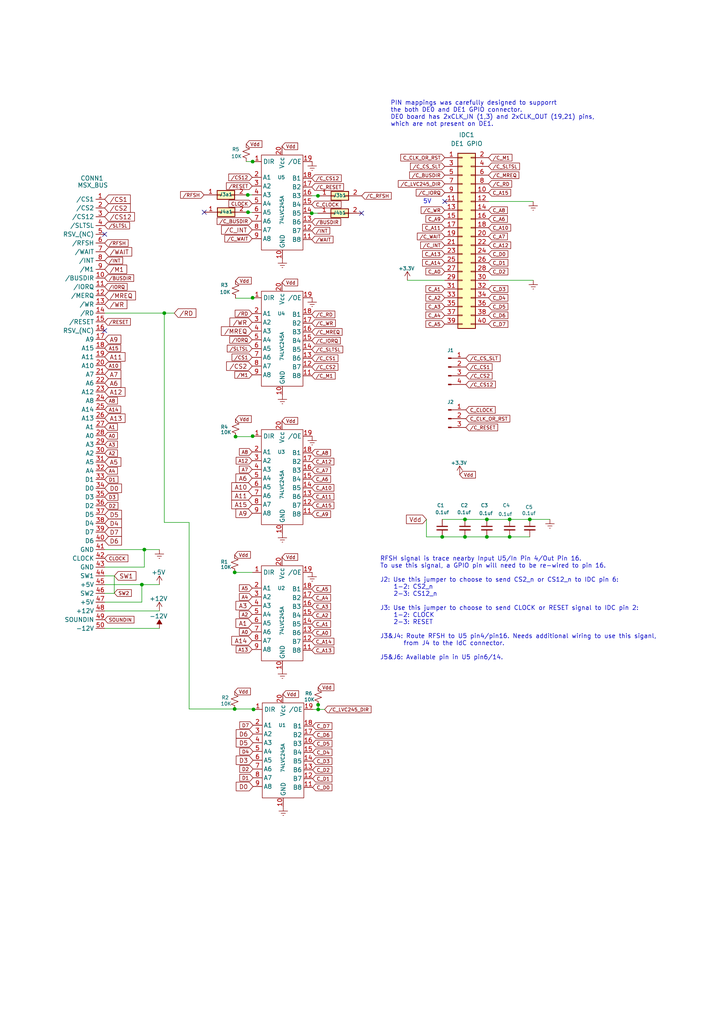
<source format=kicad_sch>
(kicad_sch (version 20211123) (generator eeschema)
  (paper "A4" portrait)
  (title_block (title "MSX FPGA Hat") (date "2023-01-24") (rev "1.2") (company "RCC") (comment 1 "to 3.3v systems with voltage conversion") (comment 2 "Cartridge for MSX Computers that expose the MSX BUS") (comment 3 "IDC connector pinout mapped for Altera DE1 FPGA Development Board") (comment 4 "Designed for Terasic DE0 & DE1"))
  (junction (at 134.874 150.622))
  (junction (at 71.877 56.5317))
  (junction (at 147.828 150.622))
  (junction (at 73.533 205.74))
  (junction (at 71.9466 61.5421))
  (junction (at 47.6509 90.805))
  (junction (at 141.224 150.622))
  (junction (at 41.148 169.545))
  (junction (at 141.224 155.702))
  (junction (at 92.2244 56.7906))
  (junction (at 73.279 46.863))
  (junction (at 90.424 61.849))
  (junction (at 153.67 150.622))
  (junction (at 68.072 205.613))
  (junction (at 73.279 86.36))
  (junction (at 134.874 155.702))
  (junction (at 73.279 126.492))
  (junction (at 128.27 155.702))
  (junction (at 68.072 165.989))
  (junction (at 92.2788 204.4007))
  (junction (at 68.326 126.619))
  (junction (at 92.3027 205.74))
  (junction (at 41.8757 159.385))
  (junction (at 147.828 155.702))
  (no_connect (at 129.0044 58.42))
  (no_connect (at 30.353 67.945))
  (no_connect (at 104.878 61.8336))
  (no_connect (at 30.353 95.885))
  (no_connect (at 59.2466 61.5421))
  (wire (pts (xy 41.148 169.545) (xy 41.148 174.625)))
  (wire (pts (xy 54.864 205.613) (xy 68.072 205.613)))
  (wire (pts (xy 71.877 56.515) (xy 71.877 56.5317)))
  (wire (pts (xy 47.6509 151.511) (xy 54.864 151.511)))
  (wire (pts (xy 147.828 150.622) (xy 153.67 150.622)))
  (wire (pts (xy 73.279 126.619) (xy 73.279 126.492)))
  (wire (pts (xy 41.8757 164.465) (xy 41.8757 159.385)))
  (wire (pts (xy 41.8757 159.385) (xy 46.228 159.385)))
  (wire (pts (xy 73.152 56.515) (xy 71.877 56.515)))
  (wire (pts (xy 92.2244 56.769) (xy 92.2244 56.7906)))
  (wire (pts (xy 73.533 205.613) (xy 73.533 205.74)))
  (wire (pts (xy 141.224 150.622) (xy 147.828 150.622)))
  (wire (pts (xy 90.424 61.8336) (xy 90.424 61.849)))
  (wire (pts (xy 147.828 155.702) (xy 153.67 155.702)))
  (wire (pts (xy 47.6509 90.805) (xy 47.6509 151.511)))
  (wire (pts (xy 128.27 150.622) (xy 134.874 150.622)))
  (wire (pts (xy 30.353 90.805) (xy 47.6509 90.805)))
  (wire (pts (xy 134.874 150.622) (xy 141.224 150.622)))
  (wire (pts (xy 30.353 182.245) (xy 46.228 182.245)))
  (wire (pts (xy 68.326 126.6804) (xy 68.326 126.619)))
  (wire (pts (xy 92.3027 204.4007) (xy 92.2788 204.4007)))
  (wire (pts (xy 118.1661 81.28) (xy 129.0044 81.28)))
  (wire (pts (xy 68.072 205.613) (xy 73.533 205.613)))
  (wire (pts (xy 141.7044 81.28) (xy 154.686 81.28)))
  (wire (pts (xy 30.353 177.165) (xy 46.228 177.165)))
  (wire (pts (xy 33.1542 172.085) (xy 30.353 172.085)))
  (wire (pts (xy 47.6509 90.805) (xy 50.546 90.805)))
  (wire (pts (xy 153.67 150.622) (xy 159.512 150.622)))
  (wire (pts (xy 30.353 167.005) (xy 33.1542 167.005)))
  (wire (pts (xy 90.424 56.769) (xy 92.2244 56.769)))
  (wire (pts (xy 92.3027 205.74) (xy 94.1564 205.74)))
  (wire (pts (xy 92.3027 205.74) (xy 92.3027 204.4007)))
  (wire (pts (xy 41.148 169.545) (xy 46.228 169.545)))
  (wire (pts (xy 71.9466 61.595) (xy 71.9466 61.5421)))
  (wire (pts (xy 134.874 155.702) (xy 141.224 155.702)))
  (wire (pts (xy 30.353 164.465) (xy 41.8757 164.465)))
  (wire (pts (xy 68.072 165.989) (xy 73.279 165.989)))
  (wire (pts (xy 30.353 159.385) (xy 41.8757 159.385)))
  (wire (pts (xy 30.353 174.625) (xy 41.148 174.625)))
  (wire (pts (xy 92.178 61.8336) (xy 90.424 61.8336)))
  (wire (pts (xy 30.353 169.545) (xy 41.148 169.545)))
  (wire (pts (xy 73.279 86.487) (xy 73.279 86.36)))
  (wire (pts (xy 54.864 151.511) (xy 54.864 205.613)))
  (wire (pts (xy 123.698 155.702) (xy 128.27 155.702)))
  (wire (pts (xy 33.1542 167.005) (xy 33.1542 172.085)))
  (wire (pts (xy 73.279 46.8527) (xy 73.279 46.863)))
  (wire (pts (xy 73.152 61.595) (xy 71.9466 61.595)))
  (wire (pts (xy 128.27 155.702) (xy 134.874 155.702)))
  (wire (pts (xy 141.7044 58.42) (xy 154.6584 58.42)))
  (wire (pts (xy 68.326 86.487) (xy 73.279 86.487)))
  (wire (pts (xy 71.4173 46.8527) (xy 73.279 46.8527)))
  (wire (pts (xy 68.326 126.619) (xy 73.279 126.619)))
  (wire (pts (xy 90.805 205.74) (xy 92.3027 205.74)))
  (wire (pts (xy 141.224 155.702) (xy 147.828 155.702)))
  (wire (pts (xy 123.698 150.622) (xy 123.698 155.702)))
  (wire (pts (xy 68.072 166.1076) (xy 68.072 165.989)))
  (text "PIN mappings was carefully designed to supporrt\nthe both DE0 and DE1 GPIO connector. \nDE0 board has 2xCLK_IN (1,3) and 2xCLK_OUT (19,21) pins,\nwhich are not present on DE1." (at 113.2564 36.83 0) (effects (font (size 1.27 1.27)) (justify left bottom)))
  (text "RFSH signal is trace nearby Input U5/In Pin 4/Out Pin 16.\nTo use this signal, a GPIO pin will need to be re-wired to pin 16.\n\nJ2: Use this jumper to choose to send CS2_n or CS12_n to IDC pin 6:\n    1-2: CS2_n\n    2-3: CS12_n\n\nJ3: Use this jumper to choose to send CLOCK or RESET signal to IDC pin 2:\n    1-2: CLOCK\n    2-3: RESET\n\nJ3&J4: Route RFSH to U5 pin4/pin16. Needs additional wiring to use this siganl,\n       from J4 to the IdC connector.\n\nJ5&J6: Available pin in U5 pin6/14." (at 110.236 191.516 0) (effects (font (size 1.27 1.27)) (justify left bottom)))
  (text "5V" (at 122.6854 59.2594 0) (effects (font (size 1.27 1.27)) (justify left bottom)))
  (global_label "Vdd" (shape input) (at 81.788 161.544 0) (effects (font (size 1 1))) (property "Intersheet References" "${INTERSHEET_REFS}" (effects hide)))
  (global_label "C_D5" (shape input) (at 141.7044 88.9 0) (effects (font (size 1 1))) (property "Intersheet References" "${INTERSHEET_REFS}" (effects hide)))
  (global_label "{slash}C_SLTSL" (shape input) (at 141.7044 48.26 0) (effects (font (size 1 1))) (property "Intersheet References" "${INTERSHEET_REFS}" (effects hide)))
  (global_label "{slash}C_RFSH" (shape input) (at 104.9244 56.7906 0) (effects (font (size 1 1))) (property "Intersheet References" "${INTERSHEET_REFS}" (effects hide)))
  (global_label "D4" (shape input) (at 30.353 151.765 0) (property "Intersheet References" "${INTERSHEET_REFS}" (effects hide)))
  (global_label "{slash}C_CS_SLT" (shape input) (at 129.0044 48.26 180) (effects (font (size 1 1))) (property "Intersheet References" "${INTERSHEET_REFS}" (effects hide)))
  (global_label "A9" (shape input) (at 73.152 148.844 180) (property "Intersheet References" "${INTERSHEET_REFS}" (effects hide)))
  (global_label "{slash}MREQ" (shape input) (at 73.152 96.012 180) (property "Intersheet References" "${INTERSHEET_REFS}" (effects hide)))
  (global_label "{slash}C_WAIT" (shape input) (at 73.152 69.215 180) (effects (font (size 1 1))) (property "Intersheet References" "${INTERSHEET_REFS}" (effects hide)))
  (global_label "{slash}C_RD" (shape input) (at 90.424 91.186 0) (effects (font (size 1 1))) (property "Intersheet References" "${INTERSHEET_REFS}" (effects hide)))
  (global_label "Vdd" (shape input) (at 82.042 201.295 0) (effects (font (size 1 1))) (property "Intersheet References" "${INTERSHEET_REFS}" (effects hide)))
  (global_label "Vdd" (shape input) (at 81.788 42.418 0) (effects (font (size 1 1))) (property "Intersheet References" "${INTERSHEET_REFS}" (effects hide)))
  (global_label "C_A13" (shape input) (at 90.424 188.595 0) (effects (font (size 1 1))) (property "Intersheet References" "${INTERSHEET_REFS}" (effects hide)))
  (global_label "{slash}C_CS1" (shape input) (at 90.424 103.886 0) (effects (font (size 1 1))) (property "Intersheet References" "${INTERSHEET_REFS}" (effects hide)))
  (global_label "{slash}C_M1" (shape input) (at 141.7044 45.72 0) (effects (font (size 1 1))) (property "Intersheet References" "${INTERSHEET_REFS}" (effects hide)))
  (global_label "A11" (shape input) (at 30.353 103.505 0) (property "Intersheet References" "${INTERSHEET_REFS}" (effects hide)))
  (global_label "C_A6" (shape input) (at 90.424 138.938 0) (effects (font (size 1 1))) (property "Intersheet References" "${INTERSHEET_REFS}" (effects hide)))
  (global_label "C_A7" (shape input) (at 141.7044 68.58 0) (effects (font (size 1 1))) (property "Intersheet References" "${INTERSHEET_REFS}" (effects hide)))
  (global_label "C_A4" (shape input) (at 129.0044 91.44 180) (effects (font (size 1 1))) (property "Intersheet References" "${INTERSHEET_REFS}" (effects hide)))
  (global_label "{slash}WAIT" (shape input) (at 30.353 73.025 0) (property "Intersheet References" "${INTERSHEET_REFS}" (effects hide)))
  (global_label "{slash}C_LVC245_DIR" (shape input) (at 94.1564 205.74 0) (effects (font (size 1 1))) (property "Intersheet References" "${INTERSHEET_REFS}" (effects hide)))
  (global_label "D5" (shape input) (at 30.353 149.225 0) (property "Intersheet References" "${INTERSHEET_REFS}" (effects hide)))
  (global_label "D5" (shape input) (at 73.406 215.392 180) (property "Intersheet References" "${INTERSHEET_REFS}" (effects hide)))
  (global_label "C_A0" (shape input) (at 129.0044 78.74 180) (effects (font (size 1 1))) (property "Intersheet References" "${INTERSHEET_REFS}" (effects hide)))
  (global_label "C_A2" (shape input) (at 129.0044 86.36 180) (effects (font (size 1 1))) (property "Intersheet References" "${INTERSHEET_REFS}" (effects hide)))
  (global_label "A13" (shape input) (at 30.353 121.285 0) (property "Intersheet References" "${INTERSHEET_REFS}" (effects hide)))
  (global_label "C_D0" (shape input) (at 90.678 228.346 0) (effects (font (size 1 1))) (property "Intersheet References" "${INTERSHEET_REFS}" (effects hide)))
  (global_label "C_D0" (shape input) (at 141.7044 73.66 0) (effects (font (size 1 1))) (property "Intersheet References" "${INTERSHEET_REFS}" (effects hide)))
  (global_label "{slash}C_SLTSL" (shape input) (at 90.424 101.346 0) (effects (font (size 1 1))) (property "Intersheet References" "${INTERSHEET_REFS}" (effects hide)))
  (global_label "{slash}MREQ" (shape input) (at 30.353 85.725 0) (property "Intersheet References" "${INTERSHEET_REFS}" (effects hide)))
  (global_label "Vdd" (shape input) (at 68.326 121.539 0) (effects (font (size 1 1))) (property "Intersheet References" "${INTERSHEET_REFS}" (effects hide)))
  (global_label "{slash}RFSH" (shape input) (at 59.177 56.5317 180) (effects (font (size 1 1))) (property "Intersheet References" "${INTERSHEET_REFS}" (effects hide)))
  (global_label "{slash}C_LVC245_DIR" (shape input) (at 129.0044 53.34 180) (effects (font (size 1 1))) (property "Intersheet References" "${INTERSHEET_REFS}" (effects hide)))
  (global_label "C_D7" (shape input) (at 90.678 210.566 0) (effects (font (size 1 1))) (property "Intersheet References" "${INTERSHEET_REFS}" (effects hide)))
  (global_label "{slash}CS2" (shape input) (at 30.353 60.325 0) (property "Intersheet References" "${INTERSHEET_REFS}" (effects hide)))
  (global_label "D7" (shape input) (at 30.353 154.305 0) (property "Intersheet References" "${INTERSHEET_REFS}" (effects hide)))
  (global_label "A5" (shape input) (at 30.353 133.985 0) (property "Intersheet References" "${INTERSHEET_REFS}" (effects hide)))
  (global_label "{slash}C_WR" (shape input) (at 90.424 93.726 0) (effects (font (size 1 1))) (property "Intersheet References" "${INTERSHEET_REFS}" (effects hide)))
  (global_label "{slash}C_IORQ" (shape input) (at 129.0044 55.88 180) (effects (font (size 1 1))) (property "Intersheet References" "${INTERSHEET_REFS}" (effects hide)))
  (global_label "{slash}C_CS2" (shape input) (at 135.128 108.966 0) (effects (font (size 1 1))) (property "Intersheet References" "${INTERSHEET_REFS}" (effects hide)))
  (global_label "C_A12" (shape input) (at 90.424 133.858 0) (effects (font (size 1 1))) (property "Intersheet References" "${INTERSHEET_REFS}" (effects hide)))
  (global_label "C_CLK_OR_RST" (shape input) (at 135.128 121.412 0) (effects (font (size 1 1))) (property "Intersheet References" "${INTERSHEET_REFS}" (effects hide)))
  (global_label "A1" (shape input) (at 73.152 180.721 180) (property "Intersheet References" "${INTERSHEET_REFS}" (effects hide)))
  (global_label "C_A10" (shape input) (at 141.7044 66.04 0) (effects (font (size 1 1))) (property "Intersheet References" "${INTERSHEET_REFS}" (effects hide)))
  (global_label "C_A9" (shape input) (at 129.0044 63.5 180) (effects (font (size 1 1))) (property "Intersheet References" "${INTERSHEET_REFS}" (effects hide)))
  (global_label "{slash}RD" (shape input) (at 50.546 90.805 0) (property "Intersheet References" "${INTERSHEET_REFS}" (effects hide)))
  (global_label "A7" (shape input) (at 30.353 108.585 0) (property "Intersheet References" "${INTERSHEET_REFS}" (effects hide)))
  (global_label "{slash}C_WR" (shape input) (at 129.0044 60.96 180) (effects (font (size 1 1))) (property "Intersheet References" "${INTERSHEET_REFS}" (effects hide)))
  (global_label "A10" (shape input) (at 73.152 141.224 180) (property "Intersheet References" "${INTERSHEET_REFS}" (effects hide)))
  (global_label "{slash}CS2" (shape input) (at 73.152 106.172 180) (property "Intersheet References" "${INTERSHEET_REFS}" (effects hide)))
  (global_label "C_D5" (shape input) (at 90.678 215.646 0) (effects (font (size 1 1))) (property "Intersheet References" "${INTERSHEET_REFS}" (effects hide)))
  (global_label "C_A8" (shape input) (at 90.424 131.318 0) (effects (font (size 1 1))) (property "Intersheet References" "${INTERSHEET_REFS}" (effects hide)))
  (global_label "C_A8" (shape input) (at 141.7044 60.96 0) (effects (font (size 1 1))) (property "Intersheet References" "${INTERSHEET_REFS}" (effects hide)))
  (global_label "D6" (shape input) (at 73.406 212.852 180) (property "Intersheet References" "${INTERSHEET_REFS}" (effects hide)))
  (global_label "D3" (shape input) (at 73.406 220.472 180) (property "Intersheet References" "${INTERSHEET_REFS}" (effects hide)))
  (global_label "D0" (shape input) (at 73.406 228.092 180) (property "Intersheet References" "${INTERSHEET_REFS}" (effects hide)))
  (global_label "C_A15" (shape input) (at 141.7044 55.88 0) (effects (font (size 1 1))) (property "Intersheet References" "${INTERSHEET_REFS}" (effects hide)))
  (global_label "SW1" (shape input) (at 33.1542 167.005 0) (property "Intersheet References" "${INTERSHEET_REFS}" (effects hide)))
  (global_label "C_D2" (shape input) (at 90.678 223.266 0) (effects (font (size 1 1))) (property "Intersheet References" "${INTERSHEET_REFS}" (effects hide)))
  (global_label "C_CLOCK" (shape input) (at 90.424 59.309 0) (effects (font (size 1 1))) (property "Intersheet References" "${INTERSHEET_REFS}" (effects hide)))
  (global_label "A9" (shape input) (at 30.353 98.425 0) (property "Intersheet References" "${INTERSHEET_REFS}" (effects hide)))
  (global_label "C_A3" (shape input) (at 129.0044 88.9 180) (effects (font (size 1 1))) (property "Intersheet References" "${INTERSHEET_REFS}" (effects hide)))
  (global_label "A15" (shape input) (at 73.152 146.304 180) (property "Intersheet References" "${INTERSHEET_REFS}" (effects hide)))
  (global_label "C_D3" (shape input) (at 141.7044 83.82 0) (effects (font (size 1 1))) (property "Intersheet References" "${INTERSHEET_REFS}" (effects hide)))
  (global_label "A12" (shape input) (at 30.353 113.665 0) (property "Intersheet References" "${INTERSHEET_REFS}" (effects hide)))
  (global_label "C_A6" (shape input) (at 141.7044 63.5 0) (effects (font (size 1 1))) (property "Intersheet References" "${INTERSHEET_REFS}" (effects hide)))
  (global_label "C_A12" (shape input) (at 141.7044 71.12 0) (effects (font (size 1 1))) (property "Intersheet References" "${INTERSHEET_REFS}" (effects hide)))
  (global_label "CLOCK" (shape input) (at 73.152 59.055 180) (effects (font (size 1 1))) (property "Intersheet References" "${INTERSHEET_REFS}" (effects hide)))
  (global_label "C_A4" (shape input) (at 90.424 173.355 0) (effects (font (size 1 1))) (property "Intersheet References" "${INTERSHEET_REFS}" (effects hide)))
  (global_label "C_A2" (shape input) (at 90.424 178.435 0) (effects (font (size 1 1))) (property "Intersheet References" "${INTERSHEET_REFS}" (effects hide)))
  (global_label "{slash}C_INT" (shape input) (at 129.0044 71.12 180) (effects (font (size 1 1))) (property "Intersheet References" "${INTERSHEET_REFS}" (effects hide)))
  (global_label "{slash}CS12" (shape input) (at 73.152 51.435 180) (effects (font (size 1 1))) (property "Intersheet References" "${INTERSHEET_REFS}" (effects hide)))
  (global_label "{slash}WR" (shape input) (at 73.152 93.472 180) (property "Intersheet References" "${INTERSHEET_REFS}" (effects hide)))
  (global_label "A6" (shape input) (at 73.152 138.684 180) (property "Intersheet References" "${INTERSHEET_REFS}" (effects hide)))
  (global_label "{slash}M1" (shape input) (at 30.353 78.105 0) (property "Intersheet References" "${INTERSHEET_REFS}" (effects hide)))
  (global_label "{slash}C_RESET" (shape input) (at 135.128 123.952 0) (effects (font (size 1 1))) (property "Intersheet References" "${INTERSHEET_REFS}" (effects hide)))
  (global_label "{slash}CS1" (shape input) (at 30.353 57.785 0) (property "Intersheet References" "${INTERSHEET_REFS}" (effects hide)))
  (global_label "C_D2" (shape input) (at 141.7044 78.74 0) (effects (font (size 1 1))) (property "Intersheet References" "${INTERSHEET_REFS}" (effects hide)))
  (global_label "Vdd" (shape input) (at 68.072 160.909 0) (effects (font (size 1 1))) (property "Intersheet References" "${INTERSHEET_REFS}" (effects hide)))
  (global_label "A6" (shape input) (at 30.353 111.125 0) (property "Intersheet References" "${INTERSHEET_REFS}" (effects hide)))
  (global_label "{slash}C_MREQ" (shape input) (at 141.7044 50.8 0) (effects (font (size 1 1))) (property "Intersheet References" "${INTERSHEET_REFS}" (effects hide)))
  (global_label "A3" (shape input) (at 73.152 175.641 180) (property "Intersheet References" "${INTERSHEET_REFS}" (effects hide)))
  (global_label "D6" (shape input) (at 30.353 156.845 0) (property "Intersheet References" "${INTERSHEET_REFS}" (effects hide)))
  (global_label "A11" (shape input) (at 73.152 143.764 180) (property "Intersheet References" "${INTERSHEET_REFS}" (effects hide)))
  (global_label "{slash}CS12" (shape input) (at 30.353 62.865 0) (property "Intersheet References" "${INTERSHEET_REFS}" (effects hide)))
  (global_label "D0" (shape input) (at 30.353 141.605 0) (property "Intersheet References" "${INTERSHEET_REFS}" (effects hide)))
  (global_label "{slash}C_INT" (shape input) (at 73.152 66.675 180) (property "Intersheet References" "${INTERSHEET_REFS}" (effects hide)))
  (global_label "Vdd" (shape input) (at 123.698 150.622 180) (property "Intersheet References" "${INTERSHEET_REFS}" (effects hide)))
  (global_label "C_A11" (shape input) (at 90.424 144.018 0) (effects (font (size 1 1))) (property "Intersheet References" "${INTERSHEET_REFS}" (effects hide)))
  (global_label "A14" (shape input) (at 73.152 185.801 180) (property "Intersheet References" "${INTERSHEET_REFS}" (effects hide)))
  (global_label "{slash}WR" (shape input) (at 30.353 88.265 0) (property "Intersheet References" "${INTERSHEET_REFS}" (effects hide)))
  (global_label "{slash}C_CS1" (shape input) (at 135.128 106.426 0) (effects (font (size 1 1))) (property "Intersheet References" "${INTERSHEET_REFS}" (effects hide)))
  (global_label "{slash}C_BUSDIR" (shape input) (at 73.152 64.135 180) (effects (font (size 1 1))) (property "Intersheet References" "${INTERSHEET_REFS}" (effects hide)))
  (global_label "{slash}C_MREQ" (shape input) (at 90.424 96.266 0) (effects (font (size 1 1))) (property "Intersheet References" "${INTERSHEET_REFS}" (effects hide)))
  (global_label "C_D3" (shape input) (at 90.678 220.726 0) (effects (font (size 1 1))) (property "Intersheet References" "${INTERSHEET_REFS}" (effects hide)))
  (global_label "{slash}C_CS12" (shape input) (at 135.128 111.506 0) (effects (font (size 1 1))) (property "Intersheet References" "${INTERSHEET_REFS}" (effects hide)))
  (global_label "A3" (shape input) (at 30.353 128.905 0) (effects (font (size 1 1))) (property "Intersheet References" "${INTERSHEET_REFS}" (effects hide)))
  (global_label "CLOCK" (shape input) (at 30.353 161.925 0) (effects (font (size 1 1))) (property "Intersheet References" "${INTERSHEET_REFS}" (effects hide)))
  (global_label "A2" (shape input) (at 30.353 131.445 0) (effects (font (size 1 1))) (property "Intersheet References" "${INTERSHEET_REFS}" (effects hide)))
  (global_label "A15" (shape input) (at 30.353 100.965 0) (effects (font (size 1 1))) (property "Intersheet References" "${INTERSHEET_REFS}" (effects hide)))
  (global_label "A0" (shape input) (at 73.152 183.261 180) (effects (font (size 1 1))) (property "Intersheet References" "${INTERSHEET_REFS}" (effects hide)))
  (global_label "A8" (shape input) (at 73.152 131.064 180) (effects (font (size 1 1))) (property "Intersheet References" "${INTERSHEET_REFS}" (effects hide)))
  (global_label "C_A0" (shape input) (at 90.424 183.515 0) (effects (font (size 1 1))) (property "Intersheet References" "${INTERSHEET_REFS}" (effects hide)))
  (global_label "D2" (shape input) (at 73.406 223.012 180) (effects (font (size 1 1))) (property "Intersheet References" "${INTERSHEET_REFS}" (effects hide)))
  (global_label "Vdd" (shape input) (at 71.4173 41.7727 0) (effects (font (size 1 1))) (property "Intersheet References" "${INTERSHEET_REFS}" (effects hide)))
  (global_label "A10" (shape input) (at 30.353 106.045 0) (effects (font (size 1 1))) (property "Intersheet References" "${INTERSHEET_REFS}" (effects hide)))
  (global_label "A14" (shape input) (at 30.353 118.745 0) (effects (font (size 1 1))) (property "Intersheet References" "${INTERSHEET_REFS}" (effects hide)))
  (global_label "{slash}C_RESET" (shape input) (at 90.424 54.229 0) (effects (font (size 1 1))) (property "Intersheet References" "${INTERSHEET_REFS}" (effects hide)))
  (global_label "A5" (shape input) (at 73.152 170.561 180) (effects (font (size 1 1))) (property "Intersheet References" "${INTERSHEET_REFS}" (effects hide)))
  (global_label "{slash}BUSDIR" (shape input) (at 30.353 80.645 0) (effects (font (size 1 1))) (property "Intersheet References" "${INTERSHEET_REFS}" (effects hide)))
  (global_label "{slash}C_M1" (shape input) (at 90.424 108.966 0) (effects (font (size 1 1))) (property "Intersheet References" "${INTERSHEET_REFS}" (effects hide)))
  (global_label "{slash}IORQ" (shape input) (at 73.152 98.552 180) (effects (font (size 1 1))) (property "Intersheet References" "${INTERSHEET_REFS}" (effects hide)))
  (global_label "{slash}C_RD" (shape input) (at 141.7044 53.34 0) (effects (font (size 1 1))) (property "Intersheet References" "${INTERSHEET_REFS}" (effects hide)))
  (global_label "Vdd" (shape input) (at 92.2788 199.3207 0) (effects (font (size 1 1))) (property "Intersheet References" "${INTERSHEET_REFS}" (effects hide)))
  (global_label "C_D1" (shape input) (at 141.7044 76.2 0) (effects (font (size 1 1))) (property "Intersheet References" "${INTERSHEET_REFS}" (effects hide)))
  (global_label "{slash}C_CS_SLT" (shape input) (at 135.128 103.886 0) (effects (font (size 1 1))) (property "Intersheet References" "${INTERSHEET_REFS}" (effects hide)))
  (global_label "C_A1" (shape input) (at 129.0044 83.82 180) (effects (font (size 1 1))) (property "Intersheet References" "${INTERSHEET_REFS}" (effects hide)))
  (global_label "{slash}WAIT" (shape input) (at 90.424 69.469 0) (effects (font (size 1 1))) (property "Intersheet References" "${INTERSHEET_REFS}" (effects hide)))
  (global_label "C_D4" (shape input) (at 90.678 218.186 0) (effects (font (size 1 1))) (property "Intersheet References" "${INTERSHEET_REFS}" (effects hide)))
  (global_label "A12" (shape input) (at 73.152 133.604 180) (effects (font (size 1 1))) (property "Intersheet References" "${INTERSHEET_REFS}" (effects hide)))
  (global_label "C_D7" (shape input) (at 141.7044 93.98 0) (effects (font (size 1 1))) (property "Intersheet References" "${INTERSHEET_REFS}" (effects hide)))
  (global_label "{slash}C_CS12" (shape input) (at 90.424 51.689 0) (effects (font (size 1 1))) (property "Intersheet References" "${INTERSHEET_REFS}" (effects hide)))
  (global_label "{slash}RFSH" (shape input) (at 30.353 70.485 0) (effects (font (size 1 1))) (property "Intersheet References" "${INTERSHEET_REFS}" (effects hide)))
  (global_label "C_A1" (shape input) (at 90.424 180.975 0) (effects (font (size 1 1))) (property "Intersheet References" "${INTERSHEET_REFS}" (effects hide)))
  (global_label "A0" (shape input) (at 30.353 126.365 0) (effects (font (size 1 1))) (property "Intersheet References" "${INTERSHEET_REFS}" (effects hide)))
  (global_label "Vdd" (shape input) (at 133.35 137.668 0) (effects (font (size 1 1))) (property "Intersheet References" "${INTERSHEET_REFS}" (effects hide)))
  (global_label "D7" (shape input) (at 73.406 210.312 180) (effects (font (size 1 1))) (property "Intersheet References" "${INTERSHEET_REFS}" (effects hide)))
  (global_label "C_A7" (shape input) (at 90.424 136.398 0) (effects (font (size 1 1))) (property "Intersheet References" "${INTERSHEET_REFS}" (effects hide)))
  (global_label "{slash}RESET" (shape input) (at 30.353 93.345 0) (effects (font (size 1 1))) (property "Intersheet References" "${INTERSHEET_REFS}" (effects hide)))
  (global_label "A2" (shape input) (at 73.152 178.181 180) (effects (font (size 1 1))) (property "Intersheet References" "${INTERSHEET_REFS}" (effects hide)))
  (global_label "C_D1" (shape input) (at 90.678 225.806 0) (effects (font (size 1 1))) (property "Intersheet References" "${INTERSHEET_REFS}" (effects hide)))
  (global_label "C_A10" (shape input) (at 90.424 141.478 0) (effects (font (size 1 1))) (property "Intersheet References" "${INTERSHEET_REFS}" (effects hide)))
  (global_label "A13" (shape input) (at 73.152 188.341 180) (effects (font (size 1 1))) (property "Intersheet References" "${INTERSHEET_REFS}" (effects hide)))
  (global_label "{slash}M1" (shape input) (at 73.152 108.712 180) (effects (font (size 1 1))) (property "Intersheet References" "${INTERSHEET_REFS}" (effects hide)))
  (global_label "D3" (shape input) (at 30.353 144.145 0) (effects (font (size 1 1))) (property "Intersheet References" "${INTERSHEET_REFS}" (effects hide)))
  (global_label "{slash}SLTSL" (shape input) (at 73.152 101.092 180) (effects (font (size 1 1))) (property "Intersheet References" "${INTERSHEET_REFS}" (effects hide)))
  (global_label "C_D4" (shape input) (at 141.7044 86.36 0) (effects (font (size 1 1))) (property "Intersheet References" "${INTERSHEET_REFS}" (effects hide)))
  (global_label "D2" (shape input) (at 30.353 146.685 0) (effects (font (size 1 1))) (property "Intersheet References" "${INTERSHEET_REFS}" (effects hide)))
  (global_label "C_A14" (shape input) (at 129.0044 76.2 180) (effects (font (size 1 1))) (property "Intersheet References" "${INTERSHEET_REFS}" (effects hide)))
  (global_label "A1" (shape input) (at 30.353 123.825 0) (effects (font (size 1 1))) (property "Intersheet References" "${INTERSHEET_REFS}" (effects hide)))
  (global_label "C_A5" (shape input) (at 129.0044 93.98 180) (effects (font (size 1 1))) (property "Intersheet References" "${INTERSHEET_REFS}" (effects hide)))
  (global_label "C_A9" (shape input) (at 90.424 149.098 0) (effects (font (size 1 1))) (property "Intersheet References" "${INTERSHEET_REFS}" (effects hide)))
  (global_label "C_D6" (shape input) (at 141.7044 91.44 0) (effects (font (size 1 1))) (property "Intersheet References" "${INTERSHEET_REFS}" (effects hide)))
  (global_label "{slash}C_WAIT" (shape input) (at 129.0044 68.58 180) (effects (font (size 1 1))) (property "Intersheet References" "${INTERSHEET_REFS}" (effects hide)))
  (global_label "A8" (shape input) (at 30.353 116.205 0) (effects (font (size 1 1))) (property "Intersheet References" "${INTERSHEET_REFS}" (effects hide)))
  (global_label "{slash}RD" (shape input) (at 73.152 90.932 180) (effects (font (size 1 1))) (property "Intersheet References" "${INTERSHEET_REFS}" (effects hide)))
  (global_label "{slash}C_BUSDIR" (shape input) (at 129.0044 50.8 180) (effects (font (size 1 1))) (property "Intersheet References" "${INTERSHEET_REFS}" (effects hide)))
  (global_label "D1" (shape input) (at 73.406 225.552 180) (effects (font (size 1 1))) (property "Intersheet References" "${INTERSHEET_REFS}" (effects hide)))
  (global_label "C_A14" (shape input) (at 90.424 186.055 0) (effects (font (size 1 1))) (property "Intersheet References" "${INTERSHEET_REFS}" (effects hide)))
  (global_label "C_A11" (shape input) (at 129.0044 66.04 180) (effects (font (size 1 1))) (property "Intersheet References" "${INTERSHEET_REFS}" (effects hide)))
  (global_label "{slash}IORQ" (shape input) (at 30.353 83.185 0) (effects (font (size 1 1))) (property "Intersheet References" "${INTERSHEET_REFS}" (effects hide)))
  (global_label "C_D6" (shape input) (at 90.678 213.106 0) (effects (font (size 1 1))) (property "Intersheet References" "${INTERSHEET_REFS}" (effects hide)))
  (global_label "{slash}C_IORQ" (shape input) (at 90.424 98.806 0) (effects (font (size 1 1))) (property "Intersheet References" "${INTERSHEET_REFS}" (effects hide)))
  (global_label "C_CLOCK" (shape input) (at 135.128 118.872 0) (effects (font (size 1 1))) (property "Intersheet References" "${INTERSHEET_REFS}" (effects hide)))
  (global_label "{slash}CS1" (shape input) (at 73.152 103.632 180) (effects (font (size 1 1))) (property "Intersheet References" "${INTERSHEET_REFS}" (effects hide)))
  (global_label "{slash}SLTSL" (shape input) (at 30.353 65.405 0) (effects (font (size 1 1))) (property "Intersheet References" "${INTERSHEET_REFS}" (effects hide)))
  (global_label "{slash}INT" (shape input) (at 90.424 66.929 0) (effects (font (size 1 1))) (property "Intersheet References" "${INTERSHEET_REFS}" (effects hide)))
  (global_label "A7" (shape input) (at 73.152 136.144 180) (effects (font (size 1 1))) (property "Intersheet References" "${INTERSHEET_REFS}" (effects hide)))
  (global_label "D1" (shape input) (at 30.353 139.065 0) (effects (font (size 1 1))) (property "Intersheet References" "${INTERSHEET_REFS}" (effects hide)))
  (global_label "Vdd" (shape input) (at 68.072 200.533 0) (effects (font (size 1 1))) (property "Intersheet References" "${INTERSHEET_REFS}" (effects hide)))
  (global_label "C_A13" (shape input) (at 129.0044 73.66 180) (effects (font (size 1 1))) (property "Intersheet References" "${INTERSHEET_REFS}" (effects hide)))
  (global_label "C_A3" (shape input) (at 90.424 175.895 0) (effects (font (size 1 1))) (property "Intersheet References" "${INTERSHEET_REFS}" (effects hide)))
  (global_label "C_A15" (shape input) (at 90.424 146.558 0) (effects (font (size 1 1))) (property "Intersheet References" "${INTERSHEET_REFS}" (effects hide)))
  (global_label "D4" (shape input) (at 73.406 217.932 180) (effects (font (size 1 1))) (property "Intersheet References" "${INTERSHEET_REFS}" (effects hide)))
  (global_label "Vdd" (shape input) (at 68.326 81.407 0) (effects (font (size 1 1))) (property "Intersheet References" "${INTERSHEET_REFS}" (effects hide)))
  (global_label "Vdd" (shape input) (at 81.788 122.047 0) (effects (font (size 1 1))) (property "Intersheet References" "${INTERSHEET_REFS}" (effects hide)))
  (global_label "A4" (shape input) (at 30.353 136.525 0) (effects (font (size 1 1))) (property "Intersheet References" "${INTERSHEET_REFS}" (effects hide)))
  (global_label "{slash}C_CS2" (shape input) (at 90.424 106.426 0) (effects (font (size 1 1))) (property "Intersheet References" "${INTERSHEET_REFS}" (effects hide)))
  (global_label "C_A5" (shape input) (at 90.424 170.815 0) (effects (font (size 1 1))) (property "Intersheet References" "${INTERSHEET_REFS}" (effects hide)))
  (global_label "{slash}RESET" (shape input) (at 73.152 53.975 180) (effects (font (size 1 1))) (property "Intersheet References" "${INTERSHEET_REFS}" (effects hide)))
  (global_label "SW2" (shape input) (at 33.1542 171.9795 0) (effects (font (size 1 1))) (property "Intersheet References" "${INTERSHEET_REFS}" (effects hide)))
  (global_label "C_CLK_OR_RST" (shape input) (at 129.0044 45.72 180) (effects (font (size 1 1))) (property "Intersheet References" "${INTERSHEET_REFS}" (effects hide)))
  (global_label "Vdd" (shape input) (at 81.788 81.915 0) (effects (font (size 1 1))) (property "Intersheet References" "${INTERSHEET_REFS}" (effects hide)))
  (global_label "A4" (shape input) (at 73.152 173.101 180) (effects (font (size 1 1))) (property "Intersheet References" "${INTERSHEET_REFS}" (effects hide)))
  (global_label "{slash}BUSDIR" (shape input) (at 90.424 64.389 0) (effects (font (size 1 1))) (property "Intersheet References" "${INTERSHEET_REFS}" (effects hide)))
  (global_label "SOUNDIN" (shape input) (at 30.353 179.705 0) (effects (font (size 1 1))) (property "Intersheet References" "${INTERSHEET_REFS}" (effects hide)))
  (global_label "{slash}INT" (shape input) (at 30.353 75.565 0) (effects (font (size 1 1))) (property "Intersheet References" "${INTERSHEET_REFS}" (effects hide)))
  (symbol (lib_id "power:GNDREF") (at 81.915 154.686 0) (unit 1)
    (property "Reference" "#PWR018" (effects hide))
    (property "Value" "GNDREF" (effects hide))
  )
  (symbol (lib_id "power:-12V") (at 46.228 182.245 0) (unit 1)
    (property "Reference" "#PWR04" (effects hide))
    (property "Value" "-12V" (at 45.974 178.689 0))
  )
  (symbol (lib_id "Connector_Generic:Conn_02x01") (at 97.3044 56.7906 0) (unit 1)
    (property "Reference" "J3b1" (at 98.552 56.642 0) (effects (font (size 1 1))))
    (property "Value" "J3b" (effects hide))
    (property "Footprint" "Connector_PinHeader_2.54mm:PinHeader_1x02_P2.54mm_Vertical" (effects hide))
  )
  (symbol (lib_id "power:+3.3V") (at 118.1661 81.28 0) (unit 1)
    (property "Reference" "#PWR0109" (effects hide))
    (property "Value" "+3.3V" (at 117.9121 77.851 0) (effects (font (size 1 1))))
  )
  (symbol (lib_id "power:+5V") (at 46.228 169.545 0) (unit 1)
    (property "Reference" "#PWR02" (effects hide))
    (property "Value" "+5V" (at 45.974 165.989 0))
  )
  (symbol (lib_id "power:GNDREF") (at 90.551 46.863 0) (unit 1)
    (property "Reference" "#PWR06" (effects hide))
    (property "Value" "GNDREF" (effects hide))
  )
  (symbol (lib_id "Connector_Generic:Conn_02x01") (at 64.257 56.5317 0) (unit 1)
    (property "Reference" "J3a1" (at 65.532 56.388 0) (effects (font (size 1 1))))
    (property "Value" "J3a" (effects hide))
    (property "Footprint" "Connector_PinHeader_2.54mm:PinHeader_1x02_P2.54mm_Vertical" (effects hide))
  )
  (symbol (lib_id "Device:R_Small_US") (at 92.2788 201.8607 0) (unit 1)
    (property "Reference" "R6" (at 88.4688 201.0987 0) (effects (font (size 1 1)) (justify left)))
    (property "Value" "10K" (at 88.2148 202.8767 0) (effects (font (size 1 1)) (justify left)))
    (property "Footprint" "Resistor_THT:R_Axial_DIN0207_L6.3mm_D2.5mm_P7.62mm_Horizontal" (effects hide))
  )
  (symbol (lib_id "Connector:Conn_01x04_Male") (at 130.048 106.426 0) (unit 1)
    (property "Reference" "J1" (at 130.683 101.6 0) (effects (font (size 1 1))))
    (property "Value" "J1" (effects hide))
    (property "Footprint" "Connector_PinHeader_2.54mm:PinHeader_2x02_P2.54mm_Vertical" (effects hide))
  )
  (symbol (lib_id "Device:R_Small_US") (at 68.326 124.079 0) (unit 1)
    (property "Reference" "R4" (at 64.008 123.825 0) (effects (font (size 1 1)) (justify left)))
    (property "Value" "10K" (at 64.008 125.349 0) (effects (font (size 1 1)) (justify left)))
    (property "Footprint" "Resistor_THT:R_Axial_DIN0207_L6.3mm_D2.5mm_P7.62mm_Horizontal" (effects hide))
  )
  (symbol (lib_id "power:GNDREF") (at 154.686 81.28 0) (unit 1)
    (property "Reference" "#PWR0101" (effects hide))
    (property "Value" "GNDREF" (effects hide))
  )
  (symbol (lib_id "Device:R_Small_US") (at 68.072 203.073 0) (unit 1)
    (property "Reference" "R2" (at 64.262 202.311 0) (effects (font (size 1 1)) (justify left)))
    (property "Value" "10K" (at 64.008 204.089 0) (effects (font (size 1 1)) (justify left)))
    (property "Footprint" "Resistor_THT:R_Axial_DIN0207_L6.3mm_D2.5mm_P7.62mm_Horizontal" (effects hide))
  )
  (symbol (lib_id "power:+12V") (at 46.228 177.165 0) (unit 1)
    (property "Reference" "#PWR03" (effects hide))
    (property "Value" "+12V" (at 45.974 173.609 0))
  )
  (symbol (lib_id "Device:C_Small") (at 153.67 153.162 0) (unit 1)
    (property "Reference" "C5" (at 152.4 147.066 0) (effects (font (size 1 1)) (justify left)))
    (property "Value" "0.1uf" (at 151.384 148.844 0) (effects (font (size 1 1)) (justify left)))
    (property "Footprint" "Capacitor_THT:C_Disc_D3.0mm_W1.6mm_P2.50mm" (effects hide))
  )
  (symbol (lib_id "Connector_Generic:Conn_02x20_Odd_Even") (at 134.0844 68.58 0) (unit 1)
    (property "Reference" "IDC1" (at 135.3544 39.116 0))
    (property "Value" "DE1 GPIO" (at 135.3544 41.656 0))
    (property "Footprint" "Connector_PinHeader_2.54mm:PinHeader_2x20_P2.54mm_Vertical" (effects hide))
  )
  (symbol (lib_id "Device:R_Small_US") (at 68.072 163.449 0) (unit 1)
    (property "Reference" "R1" (at 64.008 162.941 0) (effects (font (size 1 1)) (justify left)))
    (property "Value" "10K" (at 64.008 164.465 0) (effects (font (size 1 1)) (justify left)))
    (property "Footprint" "Resistor_THT:R_Axial_DIN0207_L6.3mm_D2.5mm_P7.62mm_Horizontal" (effects hide))
  )
  (symbol (lib_id "power:GNDREF") (at 90.551 165.989 0) (unit 1)
    (property "Reference" "#PWR09" (effects hide))
    (property "Value" "GNDREF" (effects hide))
  )
  (symbol (lib_id "Device:C_Small") (at 147.828 153.162 0) (unit 1)
    (property "Reference" "C4" (at 145.796 146.558 0) (effects (font (size 1 1)) (justify left)))
    (property "Value" "0.1uf" (at 144.526 149.098 0) (effects (font (size 1 1)) (justify left)))
    (property "Footprint" "Capacitor_THT:C_Disc_D3.0mm_W1.6mm_P2.50mm" (effects hide))
  )
  (symbol (lib_id "power:GNDREF") (at 81.915 194.183 0) (unit 1)
    (property "Reference" "#PWR019" (effects hide))
    (property "Value" "GNDREF" (effects hide))
  )
  (symbol (lib_id "Device:R_Small_US") (at 68.326 83.947 0) (unit 1)
    (property "Reference" "R3" (at 64.008 82.677 0) (effects (font (size 1 1)) (justify left)))
    (property "Value" "10K" (at 63.754 84.709 0) (effects (font (size 1 1)) (justify left)))
    (property "Footprint" "Resistor_THT:R_Axial_DIN0207_L6.3mm_D2.5mm_P7.62mm_Horizontal" (effects hide))
  )
  (symbol (lib_id "power:GNDREF") (at 154.6584 58.42 0) (unit 1)
    (property "Reference" "#PWR030" (effects hide))
    (property "Value" "GNDREF" (effects hide))
  )
  (symbol (lib_name "74LVC245A_1") (lib_id "Roni:74LVC245A") (at 140.462 134.493 0) (unit 1)
    (property "Reference" "U5" (at 80.518 51.435 0) (effects (font (size 1 1)) (justify left)))
    (property "Value" "74LVC245A" (at 81.788 65.151 90) (effects (font (size 1 1)) (justify left)))
    (property "Footprint" "Package_DIP:DIP-20_W7.62mm" (effects hide))
  )
  (symbol (lib_id "power:GNDREF") (at 90.551 126.492 0) (unit 1)
    (property "Reference" "#PWR07" (effects hide))
    (property "Value" "GNDREF" (effects hide))
  )
  (symbol (lib_id "Roni:MSX_BUS") (at 98.298 146.177 0) (unit 1)
    (property "Reference" "CONN1" (at 26.67 51.689 0))
    (property "Value" "MSX_BUS" (at 26.924 53.721 0))
    (property "Footprint" "Roni Footprints:MSX_CART" (effects hide))
  )
  (symbol (lib_id "power:GNDREF") (at 82.169 233.934 0) (unit 1)
    (property "Reference" "#PWR021" (effects hide))
    (property "Value" "GNDREF" (effects hide))
  )
  (symbol (lib_id "Device:C_Small") (at 141.224 153.162 0) (unit 1)
    (property "Reference" "C3" (at 139.446 146.558 0) (effects (font (size 1 1)) (justify left)))
    (property "Value" "0.1uf" (at 138.938 148.844 0) (effects (font (size 1 1)) (justify left)))
    (property "Footprint" "Capacitor_THT:C_Disc_D3.0mm_W1.6mm_P2.50mm" (effects hide))
  )
  (symbol (lib_id "power:GNDREF") (at 81.915 75.057 0) (unit 1)
    (property "Reference" "#PWR016" (effects hide))
    (property "Value" "GNDREF" (effects hide))
  )
  (symbol (lib_id "Roni:74LVC245A") (at 140.716 293.37 0) (unit 1)
    (property "Reference" "U1" (at 80.772 210.312 0) (effects (font (size 1 1)) (justify left)))
    (property "Value" "74LVC245A" (at 82.042 224.028 90) (effects (font (size 1 1)) (justify left)))
    (property "Footprint" "Package_DIP:DIP-20_W7.62mm" (effects hide))
  )
  (symbol (lib_id "Device:R_Small_US") (at 71.4173 44.3127 0) (unit 1)
    (property "Reference" "R5" (at 67.31 43.307 0) (effects (font (size 1 1)) (justify left)))
    (property "Value" "10K" (at 67.056 45.339 0) (effects (font (size 1 1)) (justify left)))
    (property "Footprint" "Resistor_THT:R_Axial_DIN0207_L6.3mm_D2.5mm_P7.62mm_Horizontal" (effects hide))
  )
  (symbol (lib_id "power:GNDREF") (at 159.512 150.622 0) (unit 1)
    (property "Reference" "#PWR034" (effects hide))
    (property "Value" "GNDREF" (effects hide))
  )
  (symbol (lib_name "74LVC245A_2") (lib_id "Roni:74LVC245A") (at 140.462 173.99 0) (unit 1)
    (property "Reference" "U4" (at 80.518 90.932 0) (effects (font (size 1 1)) (justify left)))
    (property "Value" "74LVC245A" (at 81.788 104.648 90) (effects (font (size 1 1)) (justify left)))
    (property "Footprint" "Package_DIP:DIP-20_W7.62mm" (effects hide))
  )
  (symbol (lib_id "Device:C_Small") (at 128.27 153.162 0) (unit 1)
    (property "Reference" "C1" (at 126.746 146.558 0) (effects (font (size 1 1)) (justify left)))
    (property "Value" "0.1uf" (at 126.238 148.59 0) (effects (font (size 1 1)) (justify left)))
    (property "Footprint" "Capacitor_THT:C_Disc_D3.0mm_W1.6mm_P2.50mm" (effects hide))
  )
  (symbol (lib_id "power:GNDREF") (at 81.915 114.554 0) (unit 1)
    (property "Reference" "#PWR017" (effects hide))
    (property "Value" "GNDREF" (effects hide))
  )
  (symbol (lib_id "Connector:Conn_01x03_Male") (at 130.048 121.412 0) (unit 1)
    (property "Reference" "J2" (at 130.683 116.586 0) (effects (font (size 1 1))))
    (property "Value" "J2" (effects hide))
    (property "Footprint" "Connector_PinHeader_2.54mm:PinHeader_1x03_P2.54mm_Vertical" (effects hide))
  )
  (symbol (lib_id "Connector_Generic:Conn_02x01") (at 97.258 61.8336 0) (unit 1)
    (property "Reference" "J4b1" (at 98.5056 61.685 0) (effects (font (size 1 1))))
    (property "Value" "J4b" (effects hide))
    (property "Footprint" "Connector_PinHeader_2.54mm:PinHeader_1x02_P2.54mm_Vertical" (effects hide))
  )
  (symbol (lib_id "power:+3.3V") (at 133.35 137.668 0) (unit 1)
    (property "Reference" "#PWR0110" (effects hide))
    (property "Value" "+3.3V" (at 133.096 134.239 0) (effects (font (size 1 1))))
  )
  (symbol (lib_id "power:GNDREF") (at 90.551 86.36 0) (unit 1)
    (property "Reference" "#PWR05" (effects hide))
    (property "Value" "GNDREF" (effects hide))
  )
  (symbol (lib_id "Device:C_Small") (at 134.874 153.162 0) (unit 1)
    (property "Reference" "C2" (at 133.604 146.558 0) (effects (font (size 1 1)) (justify left)))
    (property "Value" "0.1uf" (at 132.588 148.59 0) (effects (font (size 1 1)) (justify left)))
    (property "Footprint" "Capacitor_THT:C_Disc_D3.0mm_W1.6mm_P2.50mm" (effects hide))
  )
  (symbol (lib_id "Connector_Generic:Conn_02x01") (at 64.3266 61.5421 0) (unit 1)
    (property "Reference" "J4a1" (at 65.6016 61.3984 0) (effects (font (size 1 1))))
    (property "Value" "J4a" (effects hide))
    (property "Footprint" "Connector_PinHeader_2.54mm:PinHeader_1x02_P2.54mm_Vertical" (effects hide))
  )
  (symbol (lib_name "74LVC245A_3") (lib_id "Roni:74LVC245A") (at 140.462 214.122 0) (unit 1)
    (property "Reference" "U3" (at 80.518 131.064 0) (effects (font (size 1 1)) (justify left)))
    (property "Value" "74LVC245A" (at 81.788 144.78 90) (effects (font (size 1 1)) (justify left)))
    (property "Footprint" "Package_DIP:DIP-20_W7.62mm" (effects hide))
  )
  (symbol (lib_id "power:GNDREF") (at 46.228 159.385 0) (unit 1)
    (property "Reference" "#PWR01" (effects hide))
    (property "Value" "GNDREF" (effects hide))
  )
  (symbol (lib_name "74LVC245A_4") (lib_id "Roni:74LVC245A") (at 140.462 253.619 0) (unit 1)
    (property "Reference" "U2" (at 80.518 170.561 0) (effects (font (size 1 1)) (justify left)))
    (property "Value" "74LVC245A" (at 81.788 184.277 90) (effects (font (size 1 1)) (justify left)))
    (property "Footprint" "Package_DIP:DIP-20_W7.62mm" (effects hide))
  )
)
</source>
